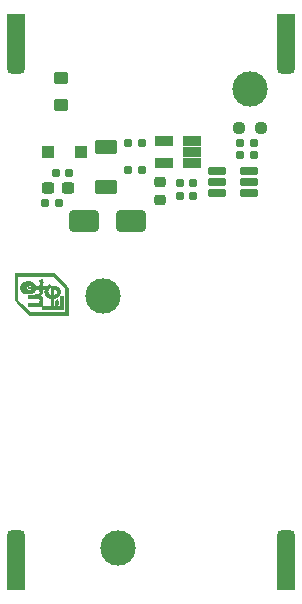
<source format=gbr>
G04 #@! TF.GenerationSoftware,KiCad,Pcbnew,8.0.8*
G04 #@! TF.CreationDate,2025-05-11T18:19:19+03:00*
G04 #@! TF.ProjectId,TP5410_eval_board,54503534-3130-45f6-9576-616c5f626f61,rev?*
G04 #@! TF.SameCoordinates,Original*
G04 #@! TF.FileFunction,Soldermask,Bot*
G04 #@! TF.FilePolarity,Negative*
%FSLAX46Y46*%
G04 Gerber Fmt 4.6, Leading zero omitted, Abs format (unit mm)*
G04 Created by KiCad (PCBNEW 8.0.8) date 2025-05-11 18:19:19*
%MOMM*%
%LPD*%
G01*
G04 APERTURE LIST*
G04 Aperture macros list*
%AMRoundRect*
0 Rectangle with rounded corners*
0 $1 Rounding radius*
0 $2 $3 $4 $5 $6 $7 $8 $9 X,Y pos of 4 corners*
0 Add a 4 corners polygon primitive as box body*
4,1,4,$2,$3,$4,$5,$6,$7,$8,$9,$2,$3,0*
0 Add four circle primitives for the rounded corners*
1,1,$1+$1,$2,$3*
1,1,$1+$1,$4,$5*
1,1,$1+$1,$6,$7*
1,1,$1+$1,$8,$9*
0 Add four rect primitives between the rounded corners*
20,1,$1+$1,$2,$3,$4,$5,0*
20,1,$1+$1,$4,$5,$6,$7,0*
20,1,$1+$1,$6,$7,$8,$9,0*
20,1,$1+$1,$8,$9,$2,$3,0*%
G04 Aperture macros list end*
%ADD10C,0.010000*%
%ADD11C,3.000000*%
%ADD12R,1.500000X4.040000*%
%ADD13RoundRect,0.375000X-0.375000X0.625000X-0.375000X-0.625000X0.375000X-0.625000X0.375000X0.625000X0*%
%ADD14RoundRect,0.375000X0.375000X-0.625000X0.375000X0.625000X-0.375000X0.625000X-0.375000X-0.625000X0*%
%ADD15RoundRect,0.250000X-0.350000X0.275000X-0.350000X-0.275000X0.350000X-0.275000X0.350000X0.275000X0*%
%ADD16RoundRect,0.155000X-0.155000X0.212500X-0.155000X-0.212500X0.155000X-0.212500X0.155000X0.212500X0*%
%ADD17RoundRect,0.250000X0.300000X0.300000X-0.300000X0.300000X-0.300000X-0.300000X0.300000X-0.300000X0*%
%ADD18RoundRect,0.250000X-0.700000X0.362500X-0.700000X-0.362500X0.700000X-0.362500X0.700000X0.362500X0*%
%ADD19RoundRect,0.155000X0.212500X0.155000X-0.212500X0.155000X-0.212500X-0.155000X0.212500X-0.155000X0*%
%ADD20RoundRect,0.160000X-0.197500X-0.160000X0.197500X-0.160000X0.197500X0.160000X-0.197500X0.160000X0*%
%ADD21RoundRect,0.160000X0.197500X0.160000X-0.197500X0.160000X-0.197500X-0.160000X0.197500X-0.160000X0*%
%ADD22RoundRect,0.250000X1.000000X0.650000X-1.000000X0.650000X-1.000000X-0.650000X1.000000X-0.650000X0*%
%ADD23RoundRect,0.237500X0.300000X0.237500X-0.300000X0.237500X-0.300000X-0.237500X0.300000X-0.237500X0*%
%ADD24RoundRect,0.162500X0.617500X0.162500X-0.617500X0.162500X-0.617500X-0.162500X0.617500X-0.162500X0*%
%ADD25RoundRect,0.237500X-0.250000X-0.237500X0.250000X-0.237500X0.250000X0.237500X-0.250000X0.237500X0*%
%ADD26RoundRect,0.225000X-0.250000X0.225000X-0.250000X-0.225000X0.250000X-0.225000X0.250000X0.225000X0*%
%ADD27RoundRect,0.079400X-0.707600X0.317600X-0.707600X-0.317600X0.707600X-0.317600X0.707600X0.317600X0*%
G04 APERTURE END LIST*
D10*
X-7615443Y-21039862D02*
X-7023100Y-21645424D01*
X-7023100Y-23952200D01*
X-10369550Y-23951978D01*
X-10962882Y-23345664D01*
X-11556213Y-22739350D01*
X-11556238Y-22667316D01*
X-11328400Y-22667316D01*
X-10256506Y-23723600D01*
X-7251700Y-23723600D01*
X-7251700Y-21723462D01*
X-7781869Y-21193181D01*
X-8312037Y-20662900D01*
X-11328400Y-20662900D01*
X-11328400Y-22667316D01*
X-11556238Y-22667316D01*
X-11556607Y-21586825D01*
X-11556922Y-20662900D01*
X-11557000Y-20434300D01*
X-8207785Y-20434300D01*
X-7615443Y-21039862D01*
G36*
X-7615443Y-21039862D02*
G01*
X-7023100Y-21645424D01*
X-7023100Y-23952200D01*
X-10369550Y-23951978D01*
X-10962882Y-23345664D01*
X-11556213Y-22739350D01*
X-11556238Y-22667316D01*
X-11328400Y-22667316D01*
X-10256506Y-23723600D01*
X-7251700Y-23723600D01*
X-7251700Y-21723462D01*
X-7781869Y-21193181D01*
X-8312037Y-20662900D01*
X-11328400Y-20662900D01*
X-11328400Y-22667316D01*
X-11556238Y-22667316D01*
X-11556607Y-21586825D01*
X-11556922Y-20662900D01*
X-11557000Y-20434300D01*
X-8207785Y-20434300D01*
X-7615443Y-21039862D01*
G37*
X-9257509Y-20948157D02*
X-9237685Y-20981861D01*
X-9219258Y-21022580D01*
X-9196094Y-21099891D01*
X-9188019Y-21184971D01*
X-9194934Y-21268940D01*
X-9216741Y-21342921D01*
X-9222943Y-21355855D01*
X-9252850Y-21403098D01*
X-9290510Y-21449367D01*
X-9308151Y-21466980D01*
X-9359974Y-21513800D01*
X-8832169Y-21513800D01*
X-8746077Y-21600557D01*
X-8706610Y-21640993D01*
X-8682996Y-21667795D01*
X-8672792Y-21684944D01*
X-8673552Y-21696423D01*
X-8681754Y-21705332D01*
X-8698381Y-21725904D01*
X-8720073Y-21761606D01*
X-8739602Y-21799550D01*
X-8767897Y-21883289D01*
X-8776915Y-21969766D01*
X-8767235Y-22053450D01*
X-8739438Y-22128808D01*
X-8699187Y-22185170D01*
X-8663614Y-22213294D01*
X-8616952Y-22238974D01*
X-8569790Y-22257121D01*
X-8537575Y-22262821D01*
X-8509000Y-22263100D01*
X-8509000Y-21926771D01*
X-8267808Y-21926771D01*
X-8267700Y-21996400D01*
X-8267700Y-22263100D01*
X-8234249Y-22263100D01*
X-8199666Y-22259378D01*
X-8158123Y-22250233D01*
X-8151603Y-22248360D01*
X-8096521Y-22222350D01*
X-8042644Y-22181095D01*
X-7999315Y-22132511D01*
X-7983597Y-22106024D01*
X-7969611Y-22058952D01*
X-7963737Y-22000746D01*
X-7966086Y-21942095D01*
X-7976767Y-21893686D01*
X-7981302Y-21883354D01*
X-8019631Y-21832152D01*
X-8075208Y-21787104D01*
X-8139883Y-21754482D01*
X-8155527Y-21749295D01*
X-8192241Y-21738029D01*
X-8219967Y-21730798D01*
X-8239961Y-21730361D01*
X-8253475Y-21739482D01*
X-8261763Y-21760922D01*
X-8266079Y-21797442D01*
X-8267676Y-21851804D01*
X-8267808Y-21926771D01*
X-8509000Y-21926771D01*
X-8509000Y-21533717D01*
X-8643090Y-21666141D01*
X-8731391Y-21577158D01*
X-8819691Y-21488176D01*
X-8734321Y-21402805D01*
X-8648951Y-21317435D01*
X-8569451Y-21395303D01*
X-8489950Y-21473171D01*
X-8350250Y-21482172D01*
X-8230262Y-21494503D01*
X-8121350Y-21514791D01*
X-8028620Y-21541912D01*
X-7975366Y-21564719D01*
X-7887617Y-21623033D01*
X-7817438Y-21698096D01*
X-7766066Y-21787206D01*
X-7734740Y-21887659D01*
X-7724699Y-21996749D01*
X-7733552Y-22092702D01*
X-7764004Y-22203800D01*
X-7813732Y-22298388D01*
X-7882633Y-22376374D01*
X-7970601Y-22437667D01*
X-8077532Y-22482173D01*
X-8203322Y-22509802D01*
X-8207375Y-22510367D01*
X-8267700Y-22518656D01*
X-8267700Y-22867128D01*
X-8267537Y-22971811D01*
X-8266953Y-23053736D01*
X-8265808Y-23115545D01*
X-8263960Y-23159878D01*
X-8261268Y-23189376D01*
X-8257591Y-23206681D01*
X-8252789Y-23214432D01*
X-8249092Y-23215600D01*
X-8226256Y-23206573D01*
X-8194875Y-23183638D01*
X-8161900Y-23153011D01*
X-8134283Y-23120907D01*
X-8122699Y-23102589D01*
X-8099553Y-23030142D01*
X-8097942Y-22952771D01*
X-8117290Y-22878050D01*
X-8143399Y-22830810D01*
X-8159175Y-22806119D01*
X-8164675Y-22792172D01*
X-8164311Y-22791486D01*
X-8152756Y-22782939D01*
X-8125350Y-22762813D01*
X-8086744Y-22734518D01*
X-8059197Y-22714352D01*
X-8012932Y-22680927D01*
X-7982524Y-22660898D01*
X-7963519Y-22652404D01*
X-7951467Y-22653585D01*
X-7941917Y-22662580D01*
X-7940292Y-22664660D01*
X-7896161Y-22742525D01*
X-7872742Y-22834515D01*
X-7868544Y-22898100D01*
X-7875467Y-22986466D01*
X-7899259Y-23061078D01*
X-7942839Y-23129410D01*
X-7971857Y-23162397D01*
X-8022468Y-23215600D01*
X-7734300Y-23215600D01*
X-7734300Y-22364700D01*
X-7493000Y-22364700D01*
X-7493000Y-23469600D01*
X-9232900Y-23469600D01*
X-9232900Y-23228300D01*
X-10452100Y-23228300D01*
X-10452100Y-22974300D01*
X-10048875Y-22974229D01*
X-9923289Y-22973735D01*
X-9815196Y-22972337D01*
X-9726282Y-22970085D01*
X-9658233Y-22967032D01*
X-9612734Y-22963231D01*
X-9595446Y-22960220D01*
X-9534591Y-22930909D01*
X-9486443Y-22882889D01*
X-9453720Y-22820803D01*
X-9439140Y-22749294D01*
X-9441124Y-22696557D01*
X-9462055Y-22623912D01*
X-9503331Y-22566274D01*
X-9552948Y-22529316D01*
X-9568184Y-22520833D01*
X-9583021Y-22514017D01*
X-9600330Y-22508656D01*
X-9622979Y-22504539D01*
X-9653840Y-22501452D01*
X-9695782Y-22499186D01*
X-9751676Y-22497527D01*
X-9824393Y-22496265D01*
X-9916801Y-22495186D01*
X-10030276Y-22494095D01*
X-10453001Y-22490140D01*
X-10449376Y-22367095D01*
X-10447176Y-22292426D01*
X-9426671Y-22292426D01*
X-9390111Y-22310972D01*
X-9320639Y-22359758D01*
X-9265589Y-22425672D01*
X-9226406Y-22504009D01*
X-9204533Y-22590063D01*
X-9201414Y-22679128D01*
X-9218494Y-22766498D01*
X-9236594Y-22811258D01*
X-9265036Y-22859432D01*
X-9300206Y-22905758D01*
X-9322215Y-22928713D01*
X-9372674Y-22974300D01*
X-9220200Y-22974300D01*
X-9220200Y-23215600D01*
X-8509000Y-23215600D01*
X-8509000Y-22519707D01*
X-8594725Y-22504964D01*
X-8710304Y-22474263D01*
X-8808468Y-22425114D01*
X-8888874Y-22357880D01*
X-8951173Y-22272924D01*
X-8995020Y-22170610D01*
X-9018974Y-22059900D01*
X-9025880Y-21995035D01*
X-9026443Y-21942561D01*
X-9020403Y-21890206D01*
X-9014753Y-21859875D01*
X-8996179Y-21767800D01*
X-9221757Y-21767800D01*
X-9211454Y-21828125D01*
X-9204105Y-21897653D01*
X-9204337Y-21968047D01*
X-9211758Y-22029969D01*
X-9221363Y-22064144D01*
X-9260303Y-22136052D01*
X-9315294Y-22203955D01*
X-9369139Y-22251110D01*
X-9426671Y-22292426D01*
X-10447176Y-22292426D01*
X-10445750Y-22244050D01*
X-10013950Y-22237700D01*
X-9896041Y-22235850D01*
X-9800791Y-22234018D01*
X-9725464Y-22232035D01*
X-9667320Y-22229731D01*
X-9623621Y-22226938D01*
X-9591629Y-22223487D01*
X-9568604Y-22219210D01*
X-9551808Y-22213937D01*
X-9540314Y-22208508D01*
X-9490412Y-22167493D01*
X-9456904Y-22110219D01*
X-9441273Y-22040991D01*
X-9445004Y-21964111D01*
X-9449155Y-21944122D01*
X-9476044Y-21875917D01*
X-9520350Y-21824743D01*
X-9582863Y-21790109D01*
X-9664373Y-21771524D01*
X-9732849Y-21767800D01*
X-9778550Y-21768739D01*
X-9804236Y-21772497D01*
X-9815255Y-21780484D01*
X-9817111Y-21790025D01*
X-9824352Y-21822802D01*
X-9843395Y-21868154D01*
X-9870256Y-21918758D01*
X-9900947Y-21967291D01*
X-9931482Y-22006431D01*
X-9939393Y-22014645D01*
X-9987874Y-22056975D01*
X-10038478Y-22089802D01*
X-10095164Y-22114184D01*
X-10161885Y-22131181D01*
X-10242599Y-22141852D01*
X-10341261Y-22147255D01*
X-10439400Y-22148498D01*
X-10540263Y-22147563D01*
X-10620649Y-22144209D01*
X-10685431Y-22137613D01*
X-10739483Y-22126950D01*
X-10787679Y-22111397D01*
X-10834891Y-22090130D01*
X-10858679Y-22077627D01*
X-10939102Y-22020664D01*
X-11000848Y-21947279D01*
X-11044125Y-21857054D01*
X-11069140Y-21749568D01*
X-11076215Y-21639269D01*
X-11076209Y-21639190D01*
X-10625829Y-21639190D01*
X-10617556Y-21649854D01*
X-10593253Y-21673887D01*
X-10556226Y-21708187D01*
X-10509781Y-21749653D01*
X-10486129Y-21770310D01*
X-10429766Y-21818686D01*
X-10388230Y-21852560D01*
X-10357529Y-21874488D01*
X-10333669Y-21887026D01*
X-10312658Y-21892730D01*
X-10292669Y-21894135D01*
X-10243004Y-21887161D01*
X-10187020Y-21867551D01*
X-10176258Y-21862444D01*
X-10136103Y-21838747D01*
X-10103357Y-21812976D01*
X-10090815Y-21798781D01*
X-10082468Y-21786587D01*
X-10077927Y-21777233D01*
X-10080160Y-21769161D01*
X-10092137Y-21760817D01*
X-10116827Y-21750644D01*
X-10157199Y-21737087D01*
X-10216224Y-21718590D01*
X-10283825Y-21697651D01*
X-10342153Y-21678917D01*
X-10390515Y-21662200D01*
X-10424354Y-21649163D01*
X-10439114Y-21641470D01*
X-10439400Y-21640865D01*
X-10427960Y-21634271D01*
X-10396502Y-21621874D01*
X-10349320Y-21605230D01*
X-10290708Y-21585891D01*
X-10264775Y-21577671D01*
X-10201819Y-21557784D01*
X-10147554Y-21540342D01*
X-10106584Y-21526847D01*
X-10083515Y-21518802D01*
X-10080396Y-21517484D01*
X-10080397Y-21504829D01*
X-10093014Y-21480767D01*
X-10096359Y-21475898D01*
X-10134650Y-21439357D01*
X-10189012Y-21409051D01*
X-10250174Y-21389509D01*
X-10282387Y-21385050D01*
X-10303667Y-21384594D01*
X-10322875Y-21387941D01*
X-10343960Y-21397526D01*
X-10370872Y-21415784D01*
X-10407560Y-21445151D01*
X-10457973Y-21488060D01*
X-10479237Y-21506423D01*
X-10529757Y-21550493D01*
X-10572868Y-21588820D01*
X-10605157Y-21618314D01*
X-10623214Y-21635884D01*
X-10625829Y-21639190D01*
X-11076209Y-21639190D01*
X-11066548Y-21516354D01*
X-11037676Y-21409670D01*
X-10989791Y-21319509D01*
X-10923088Y-21246166D01*
X-10837758Y-21189935D01*
X-10760496Y-21158801D01*
X-10693193Y-21143149D01*
X-10607787Y-21131752D01*
X-10511284Y-21125009D01*
X-10410687Y-21123323D01*
X-10312999Y-21127093D01*
X-10270798Y-21130788D01*
X-10147762Y-21153240D01*
X-10043039Y-21192407D01*
X-9957074Y-21247967D01*
X-9890310Y-21319594D01*
X-9843191Y-21406964D01*
X-9827567Y-21454831D01*
X-9811107Y-21516513D01*
X-9688790Y-21511600D01*
X-9629991Y-21508561D01*
X-9589747Y-21504008D01*
X-9561214Y-21496312D01*
X-9537548Y-21483843D01*
X-9520324Y-21471487D01*
X-9487407Y-21441710D01*
X-9461592Y-21410365D01*
X-9456639Y-21402018D01*
X-9433416Y-21332934D01*
X-9429059Y-21259164D01*
X-9443042Y-21188449D01*
X-9474837Y-21128526D01*
X-9475261Y-21127986D01*
X-9492107Y-21101908D01*
X-9497679Y-21083475D01*
X-9497443Y-21082516D01*
X-9486045Y-21070262D01*
X-9458730Y-21046886D01*
X-9420111Y-21016222D01*
X-9391685Y-20994612D01*
X-9340304Y-20957366D01*
X-9304016Y-20936688D01*
X-9278019Y-20933359D01*
X-9257509Y-20948157D01*
G36*
X-9257509Y-20948157D02*
G01*
X-9237685Y-20981861D01*
X-9219258Y-21022580D01*
X-9196094Y-21099891D01*
X-9188019Y-21184971D01*
X-9194934Y-21268940D01*
X-9216741Y-21342921D01*
X-9222943Y-21355855D01*
X-9252850Y-21403098D01*
X-9290510Y-21449367D01*
X-9308151Y-21466980D01*
X-9359974Y-21513800D01*
X-8832169Y-21513800D01*
X-8746077Y-21600557D01*
X-8706610Y-21640993D01*
X-8682996Y-21667795D01*
X-8672792Y-21684944D01*
X-8673552Y-21696423D01*
X-8681754Y-21705332D01*
X-8698381Y-21725904D01*
X-8720073Y-21761606D01*
X-8739602Y-21799550D01*
X-8767897Y-21883289D01*
X-8776915Y-21969766D01*
X-8767235Y-22053450D01*
X-8739438Y-22128808D01*
X-8699187Y-22185170D01*
X-8663614Y-22213294D01*
X-8616952Y-22238974D01*
X-8569790Y-22257121D01*
X-8537575Y-22262821D01*
X-8509000Y-22263100D01*
X-8509000Y-21926771D01*
X-8267808Y-21926771D01*
X-8267700Y-21996400D01*
X-8267700Y-22263100D01*
X-8234249Y-22263100D01*
X-8199666Y-22259378D01*
X-8158123Y-22250233D01*
X-8151603Y-22248360D01*
X-8096521Y-22222350D01*
X-8042644Y-22181095D01*
X-7999315Y-22132511D01*
X-7983597Y-22106024D01*
X-7969611Y-22058952D01*
X-7963737Y-22000746D01*
X-7966086Y-21942095D01*
X-7976767Y-21893686D01*
X-7981302Y-21883354D01*
X-8019631Y-21832152D01*
X-8075208Y-21787104D01*
X-8139883Y-21754482D01*
X-8155527Y-21749295D01*
X-8192241Y-21738029D01*
X-8219967Y-21730798D01*
X-8239961Y-21730361D01*
X-8253475Y-21739482D01*
X-8261763Y-21760922D01*
X-8266079Y-21797442D01*
X-8267676Y-21851804D01*
X-8267808Y-21926771D01*
X-8509000Y-21926771D01*
X-8509000Y-21533717D01*
X-8643090Y-21666141D01*
X-8731391Y-21577158D01*
X-8819691Y-21488176D01*
X-8734321Y-21402805D01*
X-8648951Y-21317435D01*
X-8569451Y-21395303D01*
X-8489950Y-21473171D01*
X-8350250Y-21482172D01*
X-8230262Y-21494503D01*
X-8121350Y-21514791D01*
X-8028620Y-21541912D01*
X-7975366Y-21564719D01*
X-7887617Y-21623033D01*
X-7817438Y-21698096D01*
X-7766066Y-21787206D01*
X-7734740Y-21887659D01*
X-7724699Y-21996749D01*
X-7733552Y-22092702D01*
X-7764004Y-22203800D01*
X-7813732Y-22298388D01*
X-7882633Y-22376374D01*
X-7970601Y-22437667D01*
X-8077532Y-22482173D01*
X-8203322Y-22509802D01*
X-8207375Y-22510367D01*
X-8267700Y-22518656D01*
X-8267700Y-22867128D01*
X-8267537Y-22971811D01*
X-8266953Y-23053736D01*
X-8265808Y-23115545D01*
X-8263960Y-23159878D01*
X-8261268Y-23189376D01*
X-8257591Y-23206681D01*
X-8252789Y-23214432D01*
X-8249092Y-23215600D01*
X-8226256Y-23206573D01*
X-8194875Y-23183638D01*
X-8161900Y-23153011D01*
X-8134283Y-23120907D01*
X-8122699Y-23102589D01*
X-8099553Y-23030142D01*
X-8097942Y-22952771D01*
X-8117290Y-22878050D01*
X-8143399Y-22830810D01*
X-8159175Y-22806119D01*
X-8164675Y-22792172D01*
X-8164311Y-22791486D01*
X-8152756Y-22782939D01*
X-8125350Y-22762813D01*
X-8086744Y-22734518D01*
X-8059197Y-22714352D01*
X-8012932Y-22680927D01*
X-7982524Y-22660898D01*
X-7963519Y-22652404D01*
X-7951467Y-22653585D01*
X-7941917Y-22662580D01*
X-7940292Y-22664660D01*
X-7896161Y-22742525D01*
X-7872742Y-22834515D01*
X-7868544Y-22898100D01*
X-7875467Y-22986466D01*
X-7899259Y-23061078D01*
X-7942839Y-23129410D01*
X-7971857Y-23162397D01*
X-8022468Y-23215600D01*
X-7734300Y-23215600D01*
X-7734300Y-22364700D01*
X-7493000Y-22364700D01*
X-7493000Y-23469600D01*
X-9232900Y-23469600D01*
X-9232900Y-23228300D01*
X-10452100Y-23228300D01*
X-10452100Y-22974300D01*
X-10048875Y-22974229D01*
X-9923289Y-22973735D01*
X-9815196Y-22972337D01*
X-9726282Y-22970085D01*
X-9658233Y-22967032D01*
X-9612734Y-22963231D01*
X-9595446Y-22960220D01*
X-9534591Y-22930909D01*
X-9486443Y-22882889D01*
X-9453720Y-22820803D01*
X-9439140Y-22749294D01*
X-9441124Y-22696557D01*
X-9462055Y-22623912D01*
X-9503331Y-22566274D01*
X-9552948Y-22529316D01*
X-9568184Y-22520833D01*
X-9583021Y-22514017D01*
X-9600330Y-22508656D01*
X-9622979Y-22504539D01*
X-9653840Y-22501452D01*
X-9695782Y-22499186D01*
X-9751676Y-22497527D01*
X-9824393Y-22496265D01*
X-9916801Y-22495186D01*
X-10030276Y-22494095D01*
X-10453001Y-22490140D01*
X-10449376Y-22367095D01*
X-10447176Y-22292426D01*
X-9426671Y-22292426D01*
X-9390111Y-22310972D01*
X-9320639Y-22359758D01*
X-9265589Y-22425672D01*
X-9226406Y-22504009D01*
X-9204533Y-22590063D01*
X-9201414Y-22679128D01*
X-9218494Y-22766498D01*
X-9236594Y-22811258D01*
X-9265036Y-22859432D01*
X-9300206Y-22905758D01*
X-9322215Y-22928713D01*
X-9372674Y-22974300D01*
X-9220200Y-22974300D01*
X-9220200Y-23215600D01*
X-8509000Y-23215600D01*
X-8509000Y-22519707D01*
X-8594725Y-22504964D01*
X-8710304Y-22474263D01*
X-8808468Y-22425114D01*
X-8888874Y-22357880D01*
X-8951173Y-22272924D01*
X-8995020Y-22170610D01*
X-9018974Y-22059900D01*
X-9025880Y-21995035D01*
X-9026443Y-21942561D01*
X-9020403Y-21890206D01*
X-9014753Y-21859875D01*
X-8996179Y-21767800D01*
X-9221757Y-21767800D01*
X-9211454Y-21828125D01*
X-9204105Y-21897653D01*
X-9204337Y-21968047D01*
X-9211758Y-22029969D01*
X-9221363Y-22064144D01*
X-9260303Y-22136052D01*
X-9315294Y-22203955D01*
X-9369139Y-22251110D01*
X-9426671Y-22292426D01*
X-10447176Y-22292426D01*
X-10445750Y-22244050D01*
X-10013950Y-22237700D01*
X-9896041Y-22235850D01*
X-9800791Y-22234018D01*
X-9725464Y-22232035D01*
X-9667320Y-22229731D01*
X-9623621Y-22226938D01*
X-9591629Y-22223487D01*
X-9568604Y-22219210D01*
X-9551808Y-22213937D01*
X-9540314Y-22208508D01*
X-9490412Y-22167493D01*
X-9456904Y-22110219D01*
X-9441273Y-22040991D01*
X-9445004Y-21964111D01*
X-9449155Y-21944122D01*
X-9476044Y-21875917D01*
X-9520350Y-21824743D01*
X-9582863Y-21790109D01*
X-9664373Y-21771524D01*
X-9732849Y-21767800D01*
X-9778550Y-21768739D01*
X-9804236Y-21772497D01*
X-9815255Y-21780484D01*
X-9817111Y-21790025D01*
X-9824352Y-21822802D01*
X-9843395Y-21868154D01*
X-9870256Y-21918758D01*
X-9900947Y-21967291D01*
X-9931482Y-22006431D01*
X-9939393Y-22014645D01*
X-9987874Y-22056975D01*
X-10038478Y-22089802D01*
X-10095164Y-22114184D01*
X-10161885Y-22131181D01*
X-10242599Y-22141852D01*
X-10341261Y-22147255D01*
X-10439400Y-22148498D01*
X-10540263Y-22147563D01*
X-10620649Y-22144209D01*
X-10685431Y-22137613D01*
X-10739483Y-22126950D01*
X-10787679Y-22111397D01*
X-10834891Y-22090130D01*
X-10858679Y-22077627D01*
X-10939102Y-22020664D01*
X-11000848Y-21947279D01*
X-11044125Y-21857054D01*
X-11069140Y-21749568D01*
X-11076215Y-21639269D01*
X-11076209Y-21639190D01*
X-10625829Y-21639190D01*
X-10617556Y-21649854D01*
X-10593253Y-21673887D01*
X-10556226Y-21708187D01*
X-10509781Y-21749653D01*
X-10486129Y-21770310D01*
X-10429766Y-21818686D01*
X-10388230Y-21852560D01*
X-10357529Y-21874488D01*
X-10333669Y-21887026D01*
X-10312658Y-21892730D01*
X-10292669Y-21894135D01*
X-10243004Y-21887161D01*
X-10187020Y-21867551D01*
X-10176258Y-21862444D01*
X-10136103Y-21838747D01*
X-10103357Y-21812976D01*
X-10090815Y-21798781D01*
X-10082468Y-21786587D01*
X-10077927Y-21777233D01*
X-10080160Y-21769161D01*
X-10092137Y-21760817D01*
X-10116827Y-21750644D01*
X-10157199Y-21737087D01*
X-10216224Y-21718590D01*
X-10283825Y-21697651D01*
X-10342153Y-21678917D01*
X-10390515Y-21662200D01*
X-10424354Y-21649163D01*
X-10439114Y-21641470D01*
X-10439400Y-21640865D01*
X-10427960Y-21634271D01*
X-10396502Y-21621874D01*
X-10349320Y-21605230D01*
X-10290708Y-21585891D01*
X-10264775Y-21577671D01*
X-10201819Y-21557784D01*
X-10147554Y-21540342D01*
X-10106584Y-21526847D01*
X-10083515Y-21518802D01*
X-10080396Y-21517484D01*
X-10080397Y-21504829D01*
X-10093014Y-21480767D01*
X-10096359Y-21475898D01*
X-10134650Y-21439357D01*
X-10189012Y-21409051D01*
X-10250174Y-21389509D01*
X-10282387Y-21385050D01*
X-10303667Y-21384594D01*
X-10322875Y-21387941D01*
X-10343960Y-21397526D01*
X-10370872Y-21415784D01*
X-10407560Y-21445151D01*
X-10457973Y-21488060D01*
X-10479237Y-21506423D01*
X-10529757Y-21550493D01*
X-10572868Y-21588820D01*
X-10605157Y-21618314D01*
X-10623214Y-21635884D01*
X-10625829Y-21639190D01*
X-11076209Y-21639190D01*
X-11066548Y-21516354D01*
X-11037676Y-21409670D01*
X-10989791Y-21319509D01*
X-10923088Y-21246166D01*
X-10837758Y-21189935D01*
X-10760496Y-21158801D01*
X-10693193Y-21143149D01*
X-10607787Y-21131752D01*
X-10511284Y-21125009D01*
X-10410687Y-21123323D01*
X-10312999Y-21127093D01*
X-10270798Y-21130788D01*
X-10147762Y-21153240D01*
X-10043039Y-21192407D01*
X-9957074Y-21247967D01*
X-9890310Y-21319594D01*
X-9843191Y-21406964D01*
X-9827567Y-21454831D01*
X-9811107Y-21516513D01*
X-9688790Y-21511600D01*
X-9629991Y-21508561D01*
X-9589747Y-21504008D01*
X-9561214Y-21496312D01*
X-9537548Y-21483843D01*
X-9520324Y-21471487D01*
X-9487407Y-21441710D01*
X-9461592Y-21410365D01*
X-9456639Y-21402018D01*
X-9433416Y-21332934D01*
X-9429059Y-21259164D01*
X-9443042Y-21188449D01*
X-9474837Y-21128526D01*
X-9475261Y-21127986D01*
X-9492107Y-21101908D01*
X-9497679Y-21083475D01*
X-9497443Y-21082516D01*
X-9486045Y-21070262D01*
X-9458730Y-21046886D01*
X-9420111Y-21016222D01*
X-9391685Y-20994612D01*
X-9340304Y-20957366D01*
X-9304016Y-20936688D01*
X-9278019Y-20933359D01*
X-9257509Y-20948157D01*
G37*
D11*
X8382000Y-4826000D03*
D12*
X11430000Y-520000D03*
D13*
X11430000Y-2540000D03*
D12*
X-11430000Y-45200000D03*
D14*
X-11430000Y-43180000D03*
D11*
X-2794000Y-43688000D03*
D12*
X11430000Y-45200000D03*
D14*
X11430000Y-43180000D03*
D12*
X-11430000Y-520000D03*
D13*
X-11430000Y-2540000D03*
D11*
X-4064000Y-22352000D03*
D15*
X-7620000Y-3930000D03*
X-7620000Y-6230000D03*
D16*
X2413000Y-12767500D03*
X2413000Y-13902500D03*
D17*
X-5966000Y-10160000D03*
X-8766000Y-10160000D03*
D18*
X-3810000Y-9767500D03*
X-3810000Y-13092500D03*
D19*
X-6925500Y-11938000D03*
X-8060500Y-11938000D03*
D20*
X-1994500Y-11684000D03*
X-799500Y-11684000D03*
D21*
X8725500Y-9398000D03*
X7530500Y-9398000D03*
D22*
X-1683000Y-16002000D03*
X-5683000Y-16002000D03*
D19*
X8695500Y-10414000D03*
X7560500Y-10414000D03*
D23*
X-7011500Y-13208000D03*
X-8736500Y-13208000D03*
D24*
X8269500Y-11748000D03*
X8269500Y-12698000D03*
X8269500Y-13648000D03*
X5569500Y-13648000D03*
X5569500Y-12698000D03*
X5569500Y-11748000D03*
D25*
X7469500Y-8128000D03*
X9294500Y-8128000D03*
D26*
X762000Y-12687000D03*
X762000Y-14237000D03*
D19*
X-7814500Y-14478000D03*
X-8949500Y-14478000D03*
D27*
X3461000Y-9210000D03*
X3461000Y-10160000D03*
X3461000Y-11110000D03*
X1111000Y-11110000D03*
X1111000Y-9210000D03*
D16*
X3556000Y-12767500D03*
X3556000Y-13902500D03*
D20*
X-1994500Y-9398000D03*
X-799500Y-9398000D03*
M02*

</source>
